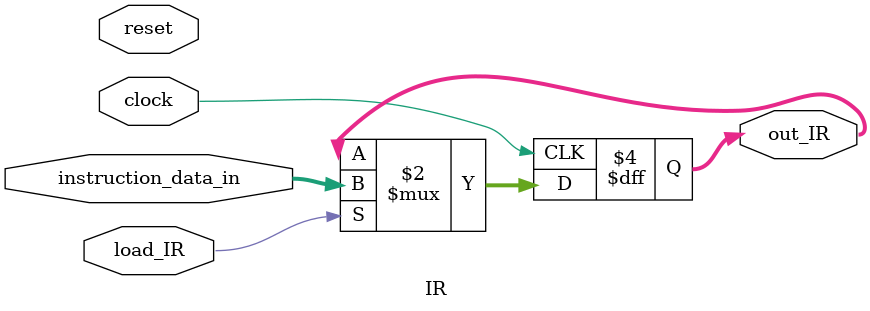
<source format=v>
module IR (clock,reset,instruction_data_in,
load_IR,out_IR);
    input clock;
    input reset;
    input [7:0] instruction_data_in;
    input load_IR;
    output reg [7:0] out_IR;
    always @ (posedge clock) begin
    if (load_IR) 
        out_IR <= instruction_data_in;
    end
endmodule
</source>
